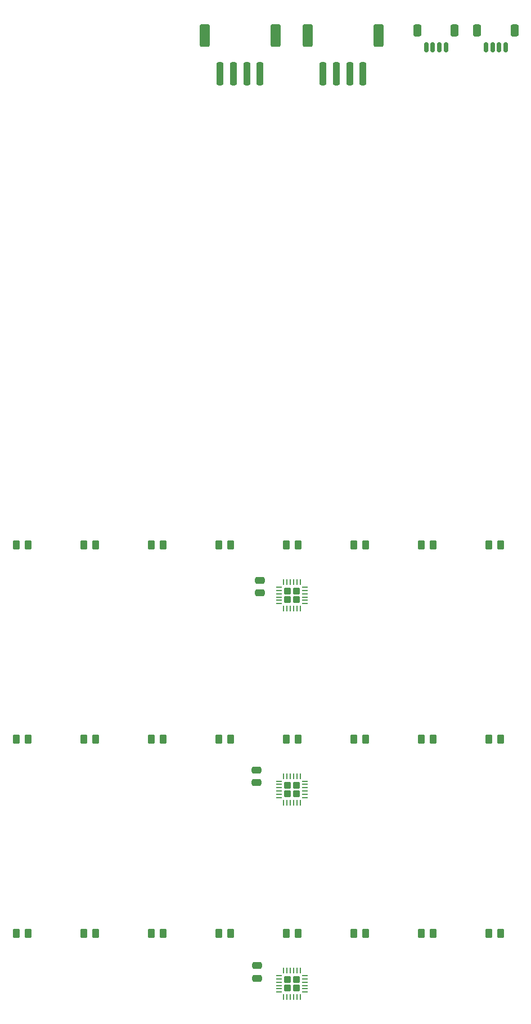
<source format=gbr>
%TF.GenerationSoftware,KiCad,Pcbnew,9.0.5*%
%TF.CreationDate,2025-12-13T23:57:35-06:00*%
%TF.ProjectId,Sensor_Board,53656e73-6f72-45f4-926f-6172642e6b69,rev?*%
%TF.SameCoordinates,Original*%
%TF.FileFunction,Paste,Top*%
%TF.FilePolarity,Positive*%
%FSLAX46Y46*%
G04 Gerber Fmt 4.6, Leading zero omitted, Abs format (unit mm)*
G04 Created by KiCad (PCBNEW 9.0.5) date 2025-12-13 23:57:35*
%MOMM*%
%LPD*%
G01*
G04 APERTURE LIST*
G04 Aperture macros list*
%AMRoundRect*
0 Rectangle with rounded corners*
0 $1 Rounding radius*
0 $2 $3 $4 $5 $6 $7 $8 $9 X,Y pos of 4 corners*
0 Add a 4 corners polygon primitive as box body*
4,1,4,$2,$3,$4,$5,$6,$7,$8,$9,$2,$3,0*
0 Add four circle primitives for the rounded corners*
1,1,$1+$1,$2,$3*
1,1,$1+$1,$4,$5*
1,1,$1+$1,$6,$7*
1,1,$1+$1,$8,$9*
0 Add four rect primitives between the rounded corners*
20,1,$1+$1,$2,$3,$4,$5,0*
20,1,$1+$1,$4,$5,$6,$7,0*
20,1,$1+$1,$6,$7,$8,$9,0*
20,1,$1+$1,$8,$9,$2,$3,0*%
G04 Aperture macros list end*
%ADD10RoundRect,0.250000X-0.475000X0.250000X-0.475000X-0.250000X0.475000X-0.250000X0.475000X0.250000X0*%
%ADD11RoundRect,0.250000X-0.295000X-0.275000X0.295000X-0.275000X0.295000X0.275000X-0.295000X0.275000X0*%
%ADD12RoundRect,0.062500X-0.337500X-0.062500X0.337500X-0.062500X0.337500X0.062500X-0.337500X0.062500X0*%
%ADD13RoundRect,0.062500X-0.062500X-0.337500X0.062500X-0.337500X0.062500X0.337500X-0.062500X0.337500X0*%
%ADD14RoundRect,0.250000X0.262500X0.450000X-0.262500X0.450000X-0.262500X-0.450000X0.262500X-0.450000X0*%
%ADD15RoundRect,0.250000X0.250000X1.500000X-0.250000X1.500000X-0.250000X-1.500000X0.250000X-1.500000X0*%
%ADD16RoundRect,0.250001X0.499999X1.449999X-0.499999X1.449999X-0.499999X-1.449999X0.499999X-1.449999X0*%
%ADD17RoundRect,0.150000X-0.150000X-0.625000X0.150000X-0.625000X0.150000X0.625000X-0.150000X0.625000X0*%
%ADD18RoundRect,0.250000X-0.350000X-0.650000X0.350000X-0.650000X0.350000X0.650000X-0.350000X0.650000X0*%
G04 APERTURE END LIST*
D10*
%TO.C,C2*%
X95000000Y-140550000D03*
X95000000Y-142450000D03*
%TD*%
%TO.C,C1*%
X95500000Y-112000000D03*
X95500000Y-113900000D03*
%TD*%
D11*
%TO.C,U1*%
X99631699Y-113640371D03*
X99631699Y-114940371D03*
X100981699Y-113640371D03*
X100981699Y-114940371D03*
D12*
X98331699Y-113040371D03*
X98331699Y-113540371D03*
X98331699Y-114040371D03*
X98331699Y-114540371D03*
X98331699Y-115040371D03*
X98331699Y-115540371D03*
D13*
X99056699Y-116265371D03*
X99556699Y-116265371D03*
X100056699Y-116265371D03*
X100556699Y-116265371D03*
X101056699Y-116265371D03*
X101556699Y-116265371D03*
D12*
X102281699Y-115540371D03*
X102281699Y-115040371D03*
X102281699Y-114540371D03*
X102281699Y-114040371D03*
X102281699Y-113540371D03*
X102281699Y-113040371D03*
D13*
X101556699Y-112315371D03*
X101056699Y-112315371D03*
X100556699Y-112315371D03*
X100056699Y-112315371D03*
X99556699Y-112315371D03*
X99056699Y-112315371D03*
%TD*%
D14*
%TO.C,R12*%
X70762500Y-165100000D03*
X68937500Y-165100000D03*
%TD*%
%TO.C,R23*%
X121562500Y-106680000D03*
X119737500Y-106680000D03*
%TD*%
%TO.C,R24*%
X111402500Y-106680000D03*
X109577500Y-106680000D03*
%TD*%
%TO.C,R7*%
X121562500Y-165100000D03*
X119737500Y-165100000D03*
%TD*%
D15*
%TO.C,STEMMA_2*%
X111000000Y-35850000D03*
X109000000Y-35850000D03*
X107000000Y-35850000D03*
X105000000Y-35850000D03*
D16*
X113350000Y-30100000D03*
X102650000Y-30100000D03*
%TD*%
D15*
%TO.C,STEMMA_1*%
X95500000Y-35850000D03*
X93500000Y-35850000D03*
X91500000Y-35850000D03*
X89500000Y-35850000D03*
D16*
X97850000Y-30100000D03*
X87150000Y-30100000D03*
%TD*%
D14*
%TO.C,R11*%
X80922500Y-165100000D03*
X79097500Y-165100000D03*
%TD*%
%TO.C,R9*%
X101242500Y-165100000D03*
X99417500Y-165100000D03*
%TD*%
%TO.C,R27*%
X80922500Y-106680000D03*
X79097500Y-106680000D03*
%TD*%
%TO.C,R26*%
X91082500Y-106680000D03*
X89257500Y-106680000D03*
%TD*%
D17*
%TO.C,Qwiic_2*%
X129500000Y-31825000D03*
X130500000Y-31825000D03*
X131500000Y-31825000D03*
X132500000Y-31825000D03*
D18*
X128200000Y-29300000D03*
X133800000Y-29300000D03*
%TD*%
D14*
%TO.C,R20*%
X70762500Y-135890000D03*
X68937500Y-135890000D03*
%TD*%
%TO.C,R30*%
X131722500Y-165100000D03*
X129897500Y-165100000D03*
%TD*%
%TO.C,R28*%
X70762500Y-106680000D03*
X68937500Y-106680000D03*
%TD*%
%TO.C,R16*%
X111402500Y-135890000D03*
X109577500Y-135890000D03*
%TD*%
D10*
%TO.C,C3*%
X95080161Y-169968744D03*
X95080161Y-171868744D03*
%TD*%
D11*
%TO.C,U2*%
X99631699Y-142823983D03*
X99631699Y-144123983D03*
X100981699Y-142823983D03*
X100981699Y-144123983D03*
D12*
X98331699Y-142223983D03*
X98331699Y-142723983D03*
X98331699Y-143223983D03*
X98331699Y-143723983D03*
X98331699Y-144223983D03*
X98331699Y-144723983D03*
D13*
X99056699Y-145448983D03*
X99556699Y-145448983D03*
X100056699Y-145448983D03*
X100556699Y-145448983D03*
X101056699Y-145448983D03*
X101556699Y-145448983D03*
D12*
X102281699Y-144723983D03*
X102281699Y-144223983D03*
X102281699Y-143723983D03*
X102281699Y-143223983D03*
X102281699Y-142723983D03*
X102281699Y-142223983D03*
D13*
X101556699Y-141498983D03*
X101056699Y-141498983D03*
X100556699Y-141498983D03*
X100056699Y-141498983D03*
X99556699Y-141498983D03*
X99056699Y-141498983D03*
%TD*%
D14*
%TO.C,R10*%
X91082500Y-165100000D03*
X89257500Y-165100000D03*
%TD*%
%TO.C,R19*%
X80922500Y-135890000D03*
X79097500Y-135890000D03*
%TD*%
%TO.C,R8*%
X111402500Y-165100000D03*
X109577500Y-165100000D03*
%TD*%
%TO.C,R14*%
X131722500Y-135890000D03*
X129897500Y-135890000D03*
%TD*%
D17*
%TO.C,Qwiic_1*%
X120500000Y-31825000D03*
X121500000Y-31825000D03*
X122500000Y-31825000D03*
X123500000Y-31825000D03*
D18*
X119200000Y-29300000D03*
X124800000Y-29300000D03*
%TD*%
D14*
%TO.C,R18*%
X91082500Y-135890000D03*
X89257500Y-135890000D03*
%TD*%
%TO.C,R13*%
X60602500Y-165100000D03*
X58777500Y-165100000D03*
%TD*%
%TO.C,R29*%
X60602500Y-106680000D03*
X58777500Y-106680000D03*
%TD*%
%TO.C,R15*%
X121562500Y-135890000D03*
X119737500Y-135890000D03*
%TD*%
%TO.C,R25*%
X101242500Y-106680000D03*
X99417500Y-106680000D03*
%TD*%
%TO.C,R21*%
X60602500Y-135890000D03*
X58777500Y-135890000D03*
%TD*%
%TO.C,R22*%
X131722500Y-106680000D03*
X129897500Y-106680000D03*
%TD*%
%TO.C,R17*%
X101242500Y-135890000D03*
X99417500Y-135890000D03*
%TD*%
D11*
%TO.C,U3*%
X99631699Y-172063825D03*
X99631699Y-173363825D03*
X100981699Y-172063825D03*
X100981699Y-173363825D03*
D12*
X98331699Y-171463825D03*
X98331699Y-171963825D03*
X98331699Y-172463825D03*
X98331699Y-172963825D03*
X98331699Y-173463825D03*
X98331699Y-173963825D03*
D13*
X99056699Y-174688825D03*
X99556699Y-174688825D03*
X100056699Y-174688825D03*
X100556699Y-174688825D03*
X101056699Y-174688825D03*
X101556699Y-174688825D03*
D12*
X102281699Y-173963825D03*
X102281699Y-173463825D03*
X102281699Y-172963825D03*
X102281699Y-172463825D03*
X102281699Y-171963825D03*
X102281699Y-171463825D03*
D13*
X101556699Y-170738825D03*
X101056699Y-170738825D03*
X100556699Y-170738825D03*
X100056699Y-170738825D03*
X99556699Y-170738825D03*
X99056699Y-170738825D03*
%TD*%
M02*

</source>
